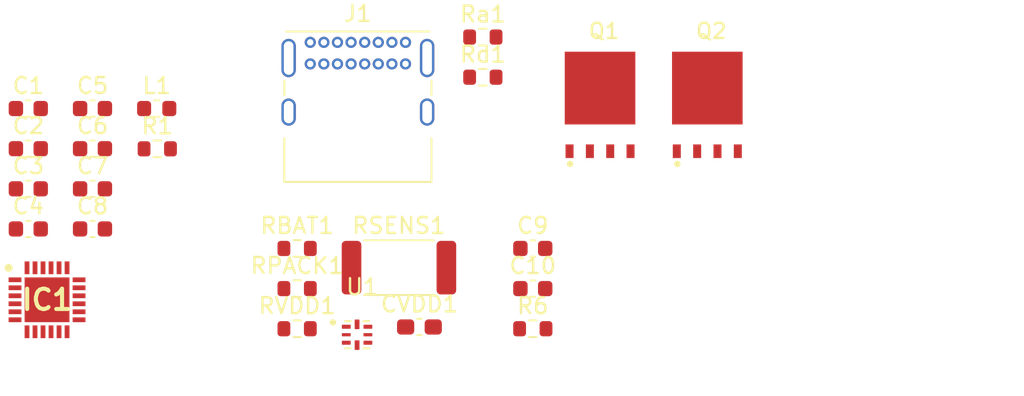
<source format=kicad_pcb>
(kicad_pcb (version 20241229) (generator "pcbnew") (generator_version "9.0")
  (layers (0 "F.Cu" signal) (2 "B.Cu" signal) (13 "F.Paste" user) (15 "B.Paste" user) (5 "F.SilkS" user "F.Silkscreen") (7 "B.SilkS" user "B.Silkscreen") (1 "F.Mask" user) (3 "B.Mask" user) (25 "Edge.Cuts" user))
  (net 0 "")
  (net 1 "GND")
  (net 2 "Net-(IC1-SW_1)")
  (net 7 "Net-(IC1-ILIM)")
  (net 8 "/BQ25895M/TS")
  (net 9 "/BMS/PACK+")
  (net 10 "/BQ25895M/BTST")
  (net 11 "/BQ25895M/Output")
  (net 12 "/BQ25895M/REGN")
  (net 13 "/BQ25895M/PMID")
  (net 14 "Net-(U1-VDD)")
  (net 15 "/BQ25895M/D+")
  (net 16 "Net-(IC1-STAT)")
  (net 17 "/BQ25895M/D-")
  (net 20 "Net-(J1-CC2)")
  (net 21 "Net-(J1-CC1)")
  (net 22 "Net-(D1-A)")
  (net 23 "Net-(U1-BAT)")
  (net 24 "Net-(U1-PACK)")
  (net 25 "/BMS/BATT+")
  (net 26 "/BMS/BATT-")
  (net 27 "Net-(Q2-G)")
  (net 28 "Net-(Q1-G)")
  (net 29 "Net-(Q1-D)")
  (footprint "Capacitor_SMD:C_0603_1608Metric" (layer "F.Cu") (at 124.545 67.79)
    (property "Reference" "C10" (at 0 -1.43 0) (layer "F.SilkS"))
    (property "Value" "1u")
    (fp_line (start -0.14058 -0.51) (end 0.14058 -0.51) (stroke (width 0.12)) (layer "F.SilkS"))
    (fp_line (start -0.14058 0.51) (end 0.14058 0.51) (stroke (width 0.12)) (layer "F.SilkS"))
    (pad "1" smd roundrect (at -0.775 0) (size 0.9 0.95) (layers "F.Cu" "F.Mask" "F.Paste") (net 1 "GND"))
    (pad "2" smd roundrect (at 0.775 0) (size 0.9 0.95) (layers "F.Cu" "F.Mask" "F.Paste") (net 12 "/BQ25895M/REGN"))
  )
  (footprint "Resistor_SMD:R_0603_1608Metric" (layer "F.Cu") (at 121.425 54.57)
    (property "Reference" "Rd1" (at 0 -1.43 0) (layer "F.SilkS"))
    (property "Value" "5k1")
    (fp_line (start -0.237258 -0.5225) (end 0.237258 -0.5225) (stroke (width 0.12)) (layer "F.SilkS"))
    (fp_line (start -0.237258 0.5225) (end 0.237258 0.5225) (stroke (width 0.12)) (layer "F.SilkS"))
    (pad "1" smd roundrect (at -0.825 0) (size 0.8 0.95) (layers "F.Cu" "F.Mask" "F.Paste") (net 20 "Net-(J1-CC2)"))
    (pad "2" smd roundrect (at 0.825 0) (size 0.8 0.95) (layers "F.Cu" "F.Mask" "F.Paste") (net 1 "GND"))
  )
  (footprint "Resistor_SMD:R_0603_1608Metric" (layer "F.Cu") (at 101.09 59.05)
    (property "Reference" "R1" (at 0 -1.43 0) (layer "F.SilkS"))
    (property "Value" "322")
    (fp_line (start -0.237258 -0.5225) (end 0.237258 -0.5225) (stroke (width 0.12)) (layer "F.SilkS"))
    (fp_line (start -0.237258 0.5225) (end 0.237258 0.5225) (stroke (width 0.12)) (layer "F.SilkS"))
    (pad "1" smd roundrect (at -0.825 0) (size 0.8 0.95) (layers "F.Cu" "F.Mask" "F.Paste") (net 7 "Net-(IC1-ILIM)"))
    (pad "2" smd roundrect (at 0.825 0) (size 0.8 0.95) (layers "F.Cu" "F.Mask" "F.Paste") (net 1 "GND"))
  )
  (footprint "Fooprints:MOSFET_BSC093N04LSGATMA1" (layer "F.Cu") (at 135.445 56.3)
    (property "Reference" "Q2" (at 0.25225 -4.61748 0) (layer "F.SilkS") (effects (font (size 0.949354 0.949354))))
    (property "Value" "Q_NMOS_Depletion_DSG")
    (fp_circle (center -1.873 3.692) (end -1.773 3.692) (stroke (width 0.2)) (fill no) (layer "F.SilkS"))
    (pad "1" smd rect (at -1.905 2.9) (size 0.5 0.85) (layers "F.Cu" "F.Mask") (net 29 "Net-(Q1-D)"))
    (pad "2" smd rect (at -0.635 2.9) (size 0.5 0.85) (layers "F.Cu" "F.Mask") (net 9 "/BMS/PACK+"))
    (pad "3" smd rect (at 0.635 2.9) (size 0.5 0.85) (layers "F.Cu" "F.Mask") (net 27 "Net-(Q2-G)"))
    (pad "4" smd rect (at 1.905 2.9) (size 0.5 0.85) (layers "F.Cu" "F.Mask"))
    (pad "5" smd rect (at 0 -1.05) (size 4.41 4.55) (layers "F.Cu" "F.Mask"))
  )
  (footprint "Capacitor_SMD:C_0603_1608Metric" (layer "F.Cu") (at 93.035 61.55)
    (property "Reference" "C3" (at 0 -1.43 0) (layer "F.SilkS"))
    (property "Value" "10u")
    (fp_line (start -0.14058 -0.51) (end 0.14058 -0.51) (stroke (width 0.12)) (layer "F.SilkS"))
    (fp_line (start -0.14058 0.51) (end 0.14058 0.51) (stroke (width 0.12)) (layer "F.SilkS"))
    (pad "1" smd roundrect (at -0.775 0) (size 0.9 0.95) (layers "F.Cu" "F.Mask" "F.Paste") (net 9 "/BMS/PACK+"))
    (pad "2" smd roundrect (at 0.775 0) (size 0.9 0.95) (layers "F.Cu" "F.Mask" "F.Paste") (net 1 "GND"))
  )
  (footprint "Capacitor_SMD:C_0603_1608Metric" (layer "F.Cu") (at 97.045 59.04)
    (property "Reference" "C6" (at 0 -1.43 0) (layer "F.SilkS"))
    (property "Value" "10u")
    (fp_line (start -0.14058 -0.51) (end 0.14058 -0.51) (stroke (width 0.12)) (layer "F.SilkS"))
    (fp_line (start -0.14058 0.51) (end 0.14058 0.51) (stroke (width 0.12)) (layer "F.SilkS"))
    (pad "1" smd roundrect (at -0.775 0) (size 0.9 0.95) (layers "F.Cu" "F.Mask" "F.Paste") (net 11 "/BQ25895M/Output"))
    (pad "2" smd roundrect (at 0.775 0) (size 0.9 0.95) (layers "F.Cu" "F.Mask" "F.Paste") (net 1 "GND"))
  )
  (footprint "Connector_USB:USB_C_Receptacle_GCT_USB4085" (layer "F.Cu") (at 110.645 52.39)
    (property "Reference" "J1" (at 2.975 -1.8 0) (layer "F.SilkS"))
    (property "Value" "USB_C_Receptacle_USB2.0_16P")
    (fp_line (start -1.62 2.4) (end -1.62 3.3) (stroke (width 0.12)) (layer "F.SilkS"))
    (fp_line (start -1.62 6) (end -1.62 8.73) (stroke (width 0.12)) (layer "F.SilkS"))
    (fp_line (start -1.62 8.73) (end 7.57 8.73) (stroke (width 0.12)) (layer "F.SilkS"))
    (fp_line (start -1.5 -0.68) (end 7.45 -0.68) (stroke (width 0.12)) (layer "F.SilkS"))
    (fp_line (start 7.57 2.4) (end 7.57 3.3) (stroke (width 0.12)) (layer "F.SilkS"))
    (fp_line (start 7.57 6) (end 7.57 8.73) (stroke (width 0.12)) (layer "F.SilkS"))
    (pad "A1" thru_hole circle (at 0 0) (size 0.7 0.7) (drill 0.4) (layers "*.Cu" "*.Mask") (net 1 "GND"))
    (pad "A4" thru_hole circle (at 0.85 0) (size 0.7 0.7) (drill 0.4) (layers "*.Cu" "*.Mask") (net 8 "/BQ25895M/TS"))
    (pad "A5" thru_hole circle (at 1.7 0) (size 0.7 0.7) (drill 0.4) (layers "*.Cu" "*.Mask") (net 21 "Net-(J1-CC1)"))
    (pad "A6" thru_hole circle (at 2.55 0) (size 0.7 0.7) (drill 0.4) (layers "*.Cu" "*.Mask") (net 15 "/BQ25895M/D+"))
    (pad "A7" thru_hole circle (at 3.4 0) (size 0.7 0.7) (drill 0.4) (layers "*.Cu" "*.Mask") (net 17 "/BQ25895M/D-"))
    (pad "A8" thru_hole circle (at 4.25 0) (size 0.7 0.7) (drill 0.4) (layers "*.Cu" "*.Mask"))
    (pad "A9" thru_hole circle (at 5.1 0) (size 0.7 0.7) (drill 0.4) (layers "*.Cu" "*.Mask") (net 8 "/BQ25895M/TS"))
    (pad "A12" thru_hole circle (at 5.95 0) (size 0.7 0.7) (drill 0.4) (layers "*.Cu" "*.Mask") (net 1 "GND"))
    (pad "B1" thru_hole circle (at 5.95 1.35) (size 0.7 0.7) (drill 0.4) (layers "*.Cu" "*.Mask") (net 1 "GND"))
    (pad "B4" thru_hole circle (at 5.1 1.35) (size 0.7 0.7) (drill 0.4) (layers "*.Cu" "*.Mask") (net 8 "/BQ25895M/TS"))
    (pad "B5" thru_hole circle (at 4.25 1.35) (size 0.7 0.7) (drill 0.4) (layers "*.Cu" "*.Mask") (net 20 "Net-(J1-CC2)"))
    (pad "B6" thru_hole circle (at 3.4 1.35) (size 0.7 0.7) (drill 0.4) (layers "*.Cu" "*.Mask") (net 15 "/BQ25895M/D+"))
    (pad "B7" thru_hole circle (at 2.55 1.35) (size 0.7 0.7) (drill 0.4) (layers "*.Cu" "*.Mask") (net 17 "/BQ25895M/D-"))
    (pad "B8" thru_hole circle (at 1.7 1.35) (size 0.7 0.7) (drill 0.4) (layers "*.Cu" "*.Mask"))
    (pad "B9" thru_hole circle (at 0.85 1.35) (size 0.7 0.7) (drill 0.4) (layers "*.Cu" "*.Mask") (net 8 "/BQ25895M/TS"))
    (pad "B12" thru_hole circle (at 0 1.35) (size 0.7 0.7) (drill 0.4) (layers "*.Cu" "*.Mask") (net 1 "GND"))
    (pad "S1" thru_hole oval (at -1.35 0.98) (size 0.9 2.4) (drill oval 0.6 2.1) (layers "*.Cu" "*.Mask") (net 1 "GND"))
    (pad "S1" thru_hole oval (at -1.35 4.36) (size 0.9 1.7) (drill oval 0.6 1.4) (layers "*.Cu" "*.Mask") (net 1 "GND"))
    (pad "S1" thru_hole oval (at 7.3 0.98) (size 0.9 2.4) (drill oval 0.6 2.1) (layers "*.Cu" "*.Mask") (net 1 "GND"))
    (pad "S1" thru_hole oval (at 7.3 4.36) (size 0.9 1.7) (drill oval 0.6 1.4) (layers "*.Cu" "*.Mask") (net 1 "GND"))
  )
  (footprint "Capacitor_SMD:C_0603_1608Metric" (layer "F.Cu") (at 93.035 64.06)
    (property "Reference" "C4" (at 0 -1.43 0) (layer "F.SilkS"))
    (property "Value" "4.7u")
    (fp_line (start -0.14058 -0.51) (end 0.14058 -0.51) (stroke (width 0.12)) (layer "F.SilkS"))
    (fp_line (start -0.14058 0.51) (end 0.14058 0.51) (stroke (width 0.12)) (layer "F.SilkS"))
    (pad "1" smd roundrect (at -0.775 0) (size 0.9 0.95) (layers "F.Cu" "F.Mask" "F.Paste") (net 10 "/BQ25895M/BTST"))
    (pad "2" smd roundrect (at 0.775 0) (size 0.9 0.95) (layers "F.Cu" "F.Mask" "F.Paste") (net 2 "Net-(IC1-SW_1)"))
  )
  (footprint "Capacitor_SMD:C_0603_1608Metric" (layer "F.Cu") (at 97.045 61.55)
    (property "Reference" "C7" (at 0 -1.43 0) (layer "F.SilkS"))
    (property "Value" "4.7u")
    (fp_line (start -0.14058 -0.51) (end 0.14058 -0.51) (stroke (width 0.12)) (layer "F.SilkS"))
    (fp_line (start -0.14058 0.51) (end 0.14058 0.51) (stroke (width 0.12)) (layer "F.SilkS"))
    (pad "1" smd roundrect (at -0.775 0) (size 0.9 0.95) (layers "F.Cu" "F.Mask" "F.Paste") (net 1 "GND"))
    (pad "2" smd roundrect (at 0.775 0) (size 0.9 0.95) (layers "F.Cu" "F.Mask" "F.Paste") (net 12 "/BQ25895M/REGN"))
  )
  (footprint "Resistor_SMD:R_0603_1608Metric" (layer "F.Cu") (at 121.425 52.06)
    (property "Reference" "Ra1" (at 0 -1.43 0) (layer "F.SilkS"))
    (property "Value" "5k1")
    (fp_line (start -0.237258 -0.5225) (end 0.237258 -0.5225) (stroke (width 0.12)) (layer "F.SilkS"))
    (fp_line (start -0.237258 0.5225) (end 0.237258 0.5225) (stroke (width 0.12)) (layer "F.SilkS"))
    (pad "1" smd roundrect (at -0.825 0) (size 0.8 0.95) (layers "F.Cu" "F.Mask" "F.Paste") (net 21 "Net-(J1-CC1)"))
    (pad "2" smd roundrect (at 0.825 0) (size 0.8 0.95) (layers "F.Cu" "F.Mask" "F.Paste") (net 1 "GND"))
  )
  (footprint "Fooprints:MOSFET_BSC093N04LSGATMA1" (layer "F.Cu") (at 128.745 56.3)
    (property "Reference" "Q1" (at 0.25225 -4.61748 0) (layer "F.SilkS") (effects (font (size 0.949354 0.949354))))
    (property "Value" "Q_NMOS_Depletion_DSG")
    (fp_circle (center -1.873 3.692) (end -1.773 3.692) (stroke (width 0.2)) (fill no) (layer "F.SilkS"))
    (pad "1" smd rect (at -1.905 2.9) (size 0.5 0.85) (layers "F.Cu" "F.Mask") (net 29 "Net-(Q1-D)"))
    (pad "2" smd rect (at -0.635 2.9) (size 0.5 0.85) (layers "F.Cu" "F.Mask") (net 25 "/BMS/BATT+"))
    (pad "3" smd rect (at 0.635 2.9) (size 0.5 0.85) (layers "F.Cu" "F.Mask") (net 28 "Net-(Q1-G)"))
    (pad "4" smd rect (at 1.905 2.9) (size 0.5 0.85) (layers "F.Cu" "F.Mask"))
    (pad "5" smd rect (at 0 -1.05) (size 4.41 4.55) (layers "F.Cu" "F.Mask"))
  )
  (footprint "Capacitor_SMD:C_0603_1608Metric" (layer "F.Cu") (at 97.045 64.06)
    (property "Reference" "C8" (at 0 -1.43 0) (layer "F.SilkS"))
    (property "Value" "40u")
    (fp_line (start -0.14058 -0.51) (end 0.14058 -0.51) (stroke (width 0.12)) (layer "F.SilkS"))
    (fp_line (start -0.14058 0.51) (end 0.14058 0.51) (stroke (width 0.12)) (layer "F.SilkS"))
    (pad "1" smd roundrect (at -0.775 0) (size 0.9 0.95) (layers "F.Cu" "F.Mask" "F.Paste") (net 1 "GND"))
    (pad "2" smd roundrect (at 0.775 0) (size 0.9 0.95) (layers "F.Cu" "F.Mask" "F.Paste") (net 13 "/BQ25895M/PMID"))
  )
  (footprint "Fooprints:QFN50P400X400X80-25N-D" (layer "F.Cu") (at 94.205 68.49)
    (property "Reference" "IC1" (at 0 0 0) (layer "F.SilkS") (effects (font (size 1.27 1.27) (thickness 0.254))))
    (property "Value" "BQ25895MRTWT" (hide yes))
    (fp_circle (center -2.4 -2) (end -2.4 -1.875) (stroke (width 0.25)) (fill no) (layer "F.SilkS"))
    (pad "1" smd rect (at -2 -1.25 90) (size 0.3 0.8) (layers "F.Cu" "F.Mask" "F.Paste") (net 8 "/BQ25895M/TS"))
    (pad "2" smd rect (at -2 -0.75 90) (size 0.3 0.8) (layers "F.Cu" "F.Mask" "F.Paste") (net 15 "/BQ25895M/D+"))
    (pad "3" smd rect (at -2 -0.25 90) (size 0.3 0.8) (layers "F.Cu" "F.Mask" "F.Paste") (net 17 "/BQ25895M/D-"))
    (pad "4" smd rect (at -2 0.25 90) (size 0.3 0.8) (layers "F.Cu" "F.Mask" "F.Paste") (net 16 "Net-(IC1-STAT)"))
    (pad "5" smd rect (at -2 0.75 90) (size 0.3 0.8) (layers "F.Cu" "F.Mask" "F.Paste"))
    (pad "6" smd rect (at -2 1.25 90) (size 0.3 0.8) (layers "F.Cu" "F.Mask" "F.Paste"))
    (pad "7" smd rect (at -1.25 2) (size 0.3 0.8) (layers "F.Cu" "F.Mask" "F.Paste"))
    (pad "8" smd rect (at -0.75 2) (size 0.3 0.8) (layers "F.Cu" "F.Mask" "F.Paste"))
    (pad "9" smd rect (at -0.25 2) (size 0.3 0.8) (layers "F.Cu" "F.Mask" "F.Paste") (net 1 "GND"))
    (pad "10" smd rect (at 0.25 2) (size 0.3 0.8) (layers "F.Cu" "F.Mask" "F.Paste") (net 7 "Net-(IC1-ILIM)"))
    (pad "11" smd rect (at 0.75 2) (size 0.3 0.8) (layers "F.Cu" "F.Mask" "F.Paste") (net 8 "/BQ25895M/TS"))
    (pad "12" smd rect (at 1.25 2) (size 0.3 0.8) (layers "F.Cu" "F.Mask" "F.Paste") (net 1 "GND"))
    (pad "13" smd rect (at 2 1.25 90) (size 0.3 0.8) (layers "F.Cu" "F.Mask" "F.Paste") (net 9 "/BMS/PACK+"))
    (pad "14" smd rect (at 2 0.75 90) (size 0.3 0.8) (layers "F.Cu" "F.Mask" "F.Paste") (net 9 "/BMS/PACK+"))
    (pad "15" smd rect (at 2 0.25 90) (size 0.3 0.8) (layers "F.Cu" "F.Mask" "F.Paste") (net 11 "/BQ25895M/Output"))
    (pad "16" smd rect (at 2 -0.25 90) (size 0.3 0.8) (layers "F.Cu" "F.Mask" "F.Paste") (net 11 "/BQ25895M/Output"))
    (pad "17" smd rect (at 2 -0.75 90) (size 0.3 0.8) (layers "F.Cu" "F.Mask" "F.Paste") (net 1 "GND"))
    (pad "18" smd rect (at 2 -1.25 90) (size 0.3 0.8) (layers "F.Cu" "F.Mask" "F.Paste") (net 1 "GND"))
    (pad "19" smd rect (at 1.25 -2) (size 0.3 0.8) (layers "F.Cu" "F.Mask" "F.Paste") (net 2 "Net-(IC1-SW_1)"))
    (pad "20" smd rect (at 0.75 -2) (size 0.3 0.8) (layers "F.Cu" "F.Mask" "F.Paste") (net 2 "Net-(IC1-SW_1)"))
    (pad "21" smd rect (at 0.25 -2) (size 0.3 0.8) (layers "F.Cu" "F.Mask" "F.Paste") (net 10 "/BQ25895M/BTST"))
    (pad "22" smd rect (at -0.25 -2) (size 0.3 0.8) (layers "F.Cu" "F.Mask" "F.Paste") (net 12 "/BQ25895M/REGN"))
    (pad "23" smd rect (at -0.75 -2) (size 0.3 0.8) (layers "F.Cu" "F.Mask" "F.Paste") (net 13 "/BQ25895M/PMID"))
    (pad "24" smd rect (at -1.25 -2) (size 0.3 0.8) (layers "F.Cu" "F.Mask" "F.Paste") (net 1 "GND"))
    (pad "25" smd rect (at 0 0) (size 2.8 2.8) (layers "F.Cu" "F.Mask" "F.Paste") (net 1 "GND"))
  )
  (footprint "Capacitor_SMD:C_0603_1608Metric_Pad1.08x0.95mm_HandSolder" (layer "F.Cu") (at 117.465 70.19)
    (property "Reference" "CVDD1" (at 0 -1.43 0) (layer "F.SilkS"))
    (property "Value" "0.1u")
    (fp_line (start -0.146267 -0.51) (end 0.146267 -0.51) (stroke (width 0.12)) (layer "F.SilkS"))
    (fp_line (start -0.146267 0.51) (end 0.146267 0.51) (stroke (width 0.12)) (layer "F.SilkS"))
    (pad "1" smd roundrect (at -0.8625 0) (size 1.075 0.95) (layers "F.Cu" "F.Mask" "F.Paste") (net 14 "Net-(U1-VDD)"))
    (pad "2" smd roundrect (at 0.8625 0) (size 1.075 0.95) (layers "F.Cu" "F.Mask" "F.Paste") (net 1 "GND"))
  )
  (footprint "Resistor_SMD:R_0603_1608Metric" (layer "F.Cu") (at 124.545 70.3)
    (property "Reference" "R6" (at 0 -1.43 0) (layer "F.SilkS"))
    (property "Value" "2k2")
    (fp_line (start -0.237258 -0.5225) (end 0.237258 -0.5225) (stroke (width 0.12)) (layer "F.SilkS"))
    (fp_line (start -0.237258 0.5225) (end 0.237258 0.5225) (stroke (width 0.12)) (layer "F.SilkS"))
    (pad "1" smd roundrect (at -0.825 0) (size 0.8 0.95) (layers "F.Cu" "F.Mask" "F.Paste") (net 22 "Net-(D1-A)"))
    (pad "2" smd roundrect (at 0.825 0) (size 0.8 0.95) (layers "F.Cu" "F.Mask" "F.Paste") (net 16 "Net-(IC1-STAT)"))
  )
  (footprint "Fooprints:QFN50P150X150X40-8N" (layer "F.Cu") (at 113.57 70.675)
    (property "Reference" "U1" (at 0.322935 -2.991365 0) (layer "F.SilkS") (effects (font (size 1.002134 1.002134))))
    (property "Value" "BQ298xy")
    (fp_line (start -0.75 -0.85) (end -0.4 -0.85) (stroke (width 0.127)) (layer "F.SilkS"))
    (fp_line (start -0.75 0.85) (end -0.4 0.85) (stroke (width 0.127)) (layer "F.SilkS"))
    (fp_line (start 0.75 -0.85) (end 0.4 -0.85) (stroke (width 0.127)) (layer "F.SilkS"))
    (fp_line (start 0.75 0.85) (end 0.4 0.85) (stroke (width 0.127)) (layer "F.SilkS"))
    (fp_circle (center -1.505 -0.77) (end -1.405 -0.77) (stroke (width 0.2)) (fill no) (layer "F.SilkS"))
    (pad "1" smd roundrect (at -0.675 -0.5) (size 0.55 0.25) (layers "F.Cu" "F.Mask" "F.Paste") (roundrect_rratio 0.125) (net 23 "Net-(U1-BAT)"))
    (pad "2" smd roundrect (at -0.675 0) (size 0.55 0.2) (layers "F.Cu" "F.Mask" "F.Paste") (roundrect_rratio 0.125) (net 14 "Net-(U1-VDD)"))
    (pad "3" smd roundrect (at -0.675 0.5) (size 0.55 0.25) (layers "F.Cu" "F.Mask" "F.Paste") (roundrect_rratio 0.125) (net 1 "GND"))
    (pad "4" smd roundrect (at 0 0.65) (size 0.3 0.6) (layers "F.Cu" "F.Mask" "F.Paste") (roundrect_rratio 0.125) (net 26 "/BMS/BATT-"))
    (pad "5" smd roundrect (at 0.675 0.5) (size 0.55 0.25) (layers "F.Cu" "F.Mask" "F.Paste") (roundrect_rratio 0.125) (net 27 "Net-(Q2-G)"))
    (pad "6" smd roundrect (at 0.675 0) (size 0.55 0.2) (layers "F.Cu" "F.Mask" "F.Paste") (roundrect_rratio 0.125) (net 28 "Net-(Q1-G)"))
    (pad "7" smd roundrect (at 0.675 -0.5) (size 0.55 0.25) (layers "F.Cu" "F.Mask" "F.Paste") (roundrect_rratio 0.125) (net 24 "Net-(U1-PACK)"))
    (pad "8" smd roundrect (at 0 -0.65) (size 0.3 0.6) (layers "F.Cu" "F.Mask" "F.Paste") (roundrect_rratio 0.125) (net 26 "/BMS/BATT-"))
  )
  (footprint "Resistor_SMD:R_0603_1608Metric" (layer "F.Cu") (at 109.825 67.79)
    (property "Reference" "RPACK1" (at 0 -1.43 0) (layer "F.SilkS"))
    (property "Value" "100k")
    (fp_line (start -0.237258 -0.5225) (end 0.237258 -0.5225) (stroke (width 0.12)) (layer "F.SilkS"))
    (fp_line (start -0.237258 0.5225) (end 0.237258 0.5225) (stroke (width 0.12)) (layer "F.SilkS"))
    (pad "1" smd roundrect (at -0.825 0) (size 0.8 0.95) (layers "F.Cu" "F.Mask" "F.Paste") (net 25 "/BMS/BATT+"))
    (pad "2" smd roundrect (at 0.825 0) (size 0.8 0.95) (layers "F.Cu" "F.Mask" "F.Paste") (net 24 "Net-(U1-PACK)"))
  )
  (footprint "Capacitor_SMD:C_0603_1608Metric" (layer "F.Cu") (at 93.035 56.53)
    (property "Reference" "C1" (at 0 -1.43 0) (layer "F.SilkS"))
    (property "Value" "1u")
    (fp_line (start -0.14058 -0.51) (end 0.14058 -0.51) (stroke (width 0.12)) (layer "F.SilkS"))
    (fp_line (start -0.14058 0.51) (end 0.14058 0.51) (stroke (width 0.12)) (layer "F.SilkS"))
    (pad "1" smd roundrect (at -0.775 0) (size 0.9 0.95) (layers "F.Cu" "F.Mask" "F.Paste") (net 8 "/BQ25895M/TS"))
    (pad "2" smd roundrect (at 0.775 0) (size 0.9 0.95) (layers "F.Cu" "F.Mask" "F.Paste") (net 1 "GND"))
  )
  (footprint "Resistor_SMD:R_2512_6332Metric" (layer "F.Cu") (at 116.185 66.48)
    (property "Reference" "RSENS1" (at 0 -2.63 0) (layer "F.SilkS"))
    (property "Value" "322")
    (fp_line (start -2.177064 -1.71) (end 2.177064 -1.71) (stroke (width 0.12)) (layer "F.SilkS"))
    (fp_line (start -2.177064 1.71) (end 2.177064 1.71) (stroke (width 0.12)) (layer "F.SilkS"))
    (pad "1" smd roundrect (at -2.9625 0) (size 1.225 3.35) (layers "F.Cu" "F.Mask" "F.Paste") (roundrect_rratio 0.204082) (net 1 "GND"))
    (pad "2" smd roundrect (at 2.9625 0) (size 1.225 3.35) (layers "F.Cu" "F.Mask" "F.Paste") (roundrect_rratio 0.204082) (net 26 "/BMS/BATT-"))
  )
  (footprint "Resistor_SMD:R_0603_1608Metric" (layer "F.Cu") (at 109.825 70.3)
    (property "Reference" "RVDD1" (at 0 -1.43 0) (layer "F.SilkS"))
    (property "Value" "330")
    (fp_line (start -0.237258 -0.5225) (end 0.237258 -0.5225) (stroke (width 0.12)) (layer "F.SilkS"))
    (fp_line (start -0.237258 0.5225) (end 0.237258 0.5225) (stroke (width 0.12)) (layer "F.SilkS"))
    (pad "1" smd roundrect (at -0.825 0) (size 0.8 0.95) (layers "F.Cu" "F.Mask" "F.Paste") (net 9 "/BMS/PACK+"))
    (pad "2" smd roundrect (at 0.825 0) (size 0.8 0.95) (layers "F.Cu" "F.Mask" "F.Paste") (net 14 "Net-(U1-VDD)"))
  )
  (footprint "Resistor_SMD:R_0603_1608Metric" (layer "F.Cu") (at 109.825 65.28)
    (property "Reference" "RBAT1" (at 0 -1.43 0) (layer "F.SilkS"))
    (property "Value" "330")
    (fp_line (start -0.237258 -0.5225) (end 0.237258 -0.5225) (stroke (width 0.12)) (layer "F.SilkS"))
    (fp_line (start -0.237258 0.5225) (end 0.237258 0.5225) (stroke (width 0.12)) (layer "F.SilkS"))
    (pad "1" smd roundrect (at -0.825 0) (size 0.8 0.95) (layers "F.Cu" "F.Mask" "F.Paste") (net 9 "/BMS/PACK+"))
    (pad "2" smd roundrect (at 0.825 0) (size 0.8 0.95) (layers "F.Cu" "F.Mask" "F.Paste") (net 23 "Net-(U1-BAT)"))
  )
  (footprint "Inductor_SMD:L_0603_1608Metric" (layer "F.Cu") (at 101.055 56.53)
    (property "Reference" "L1" (at 0 -1.43 0) (layer "F.SilkS"))
    (property "Value" "2.2u")
    (fp_line (start -0.162779 -0.51) (end 0.162779 -0.51) (stroke (width 0.12)) (layer "F.SilkS"))
    (fp_line (start -0.162779 0.51) (end 0.162779 0.51) (stroke (width 0.12)) (layer "F.SilkS"))
    (pad "1" smd roundrect (at -0.7875 0) (size 0.875 0.95) (layers "F.Cu" "F.Mask" "F.Paste") (net 2 "Net-(IC1-SW_1)"))
    (pad "2" smd roundrect (at 0.7875 0) (size 0.875 0.95) (layers "F.Cu" "F.Mask" "F.Paste") (net 11 "/BQ25895M/Output"))
  )
  (footprint "Capacitor_SMD:C_0603_1608Metric" (layer "F.Cu") (at 93.035 59.04)
    (property "Reference" "C2" (at 0 -1.43 0) (layer "F.SilkS"))
    (property "Value" "22u")
    (fp_line (start -0.14058 -0.51) (end 0.14058 -0.51) (stroke (width 0.12)) (layer "F.SilkS"))
    (fp_line (start -0.14058 0.51) (end 0.14058 0.51) (stroke (width 0.12)) (layer "F.SilkS"))
    (pad "1" smd roundrect (at -0.775 0) (size 0.9 0.95) (layers "F.Cu" "F.Mask" "F.Paste") (net 8 "/BQ25895M/TS"))
    (pad "2" smd roundrect (at 0.775 0) (size 0.9 0.95) (layers "F.Cu" "F.Mask" "F.Paste") (net 1 "GND"))
  )
  (footprint "Capacitor_SMD:C_0603_1608Metric" (layer "F.Cu") (at 124.545 65.28)
    (property "Reference" "C9" (at 0 -1.43 0) (layer "F.SilkS"))
    (property "Value" "22u")
    (fp_line (start -0.14058 -0.51) (end 0.14058 -0.51) (stroke (width 0.12)) (layer "F.SilkS"))
    (fp_line (start -0.14058 0.51) (end 0.14058 0.51) (stroke (width 0.12)) (layer "F.SilkS"))
    (pad "1" smd roundrect (at -0.775 0) (size 0.9 0.95) (layers "F.Cu" "F.Mask" "F.Paste") (net 8 "/BQ25895M/TS"))
    (pad "2" smd roundrect (at 0.775 0) (size 0.9 0.95) (layers "F.Cu" "F.Mask" "F.Paste") (net 1 "GND"))
  )
  (footprint "Capacitor_SMD:C_0603_1608Metric" (layer "F.Cu") (at 97.045 56.53)
    (property "Reference" "C5" (at 0 -1.43 0) (layer "F.SilkS"))
    (property "Value" "10u")
    (fp_line (start -0.14058 -0.51) (end 0.14058 -0.51) (stroke (width 0.12)) (layer "F.SilkS"))
    (fp_line (start -0.14058 0.51) (end 0.14058 0.51) (stroke (width 0.12)) (layer "F.SilkS"))
    (pad "1" smd roundrect (at -0.775 0) (size 0.9 0.95) (layers "F.Cu" "F.Mask" "F.Paste") (net 11 "/BQ25895M/Output"))
    (pad "2" smd roundrect (at 0.775 0) (size 0.9 0.95) (layers "F.Cu" "F.Mask" "F.Paste") (net 1 "GND"))
  )
)
</source>
